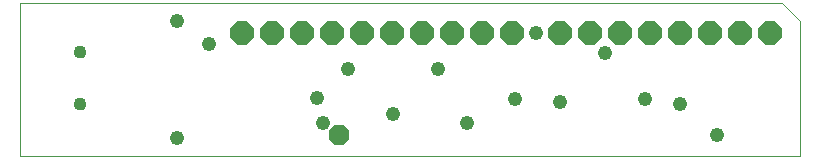
<source format=gbs>
G75*
%MOIN*%
%OFA0B0*%
%FSLAX25Y25*%
%IPPOS*%
%LPD*%
%AMOC8*
5,1,8,0,0,1.08239X$1,22.5*
%
%ADD10C,0.00000*%
%ADD11C,0.04343*%
%ADD12OC8,0.07800*%
%ADD13OC8,0.06800*%
%ADD14C,0.04800*%
D10*
X0004478Y0001500D02*
X0004478Y0052511D01*
X0258478Y0052500D01*
X0258589Y0052411D01*
X0264479Y0046511D01*
X0264479Y0001500D01*
X0004478Y0001500D01*
X0022706Y0018839D02*
X0022708Y0018923D01*
X0022714Y0019006D01*
X0022724Y0019089D01*
X0022738Y0019172D01*
X0022755Y0019254D01*
X0022777Y0019335D01*
X0022802Y0019414D01*
X0022831Y0019493D01*
X0022864Y0019570D01*
X0022900Y0019645D01*
X0022940Y0019719D01*
X0022983Y0019791D01*
X0023030Y0019860D01*
X0023080Y0019927D01*
X0023133Y0019992D01*
X0023189Y0020054D01*
X0023247Y0020114D01*
X0023309Y0020171D01*
X0023373Y0020224D01*
X0023440Y0020275D01*
X0023509Y0020322D01*
X0023580Y0020367D01*
X0023653Y0020407D01*
X0023728Y0020444D01*
X0023805Y0020478D01*
X0023883Y0020508D01*
X0023962Y0020534D01*
X0024043Y0020557D01*
X0024125Y0020575D01*
X0024207Y0020590D01*
X0024290Y0020601D01*
X0024373Y0020608D01*
X0024457Y0020611D01*
X0024541Y0020610D01*
X0024624Y0020605D01*
X0024708Y0020596D01*
X0024790Y0020583D01*
X0024872Y0020567D01*
X0024953Y0020546D01*
X0025034Y0020522D01*
X0025112Y0020494D01*
X0025190Y0020462D01*
X0025266Y0020426D01*
X0025340Y0020387D01*
X0025412Y0020345D01*
X0025482Y0020299D01*
X0025550Y0020250D01*
X0025615Y0020198D01*
X0025678Y0020143D01*
X0025738Y0020085D01*
X0025796Y0020024D01*
X0025850Y0019960D01*
X0025902Y0019894D01*
X0025950Y0019826D01*
X0025995Y0019755D01*
X0026036Y0019682D01*
X0026075Y0019608D01*
X0026109Y0019532D01*
X0026140Y0019454D01*
X0026167Y0019375D01*
X0026191Y0019294D01*
X0026210Y0019213D01*
X0026226Y0019131D01*
X0026238Y0019048D01*
X0026246Y0018964D01*
X0026250Y0018881D01*
X0026250Y0018797D01*
X0026246Y0018714D01*
X0026238Y0018630D01*
X0026226Y0018547D01*
X0026210Y0018465D01*
X0026191Y0018384D01*
X0026167Y0018303D01*
X0026140Y0018224D01*
X0026109Y0018146D01*
X0026075Y0018070D01*
X0026036Y0017996D01*
X0025995Y0017923D01*
X0025950Y0017852D01*
X0025902Y0017784D01*
X0025850Y0017718D01*
X0025796Y0017654D01*
X0025738Y0017593D01*
X0025678Y0017535D01*
X0025615Y0017480D01*
X0025550Y0017428D01*
X0025482Y0017379D01*
X0025412Y0017333D01*
X0025340Y0017291D01*
X0025266Y0017252D01*
X0025190Y0017216D01*
X0025112Y0017184D01*
X0025034Y0017156D01*
X0024953Y0017132D01*
X0024872Y0017111D01*
X0024790Y0017095D01*
X0024708Y0017082D01*
X0024624Y0017073D01*
X0024541Y0017068D01*
X0024457Y0017067D01*
X0024373Y0017070D01*
X0024290Y0017077D01*
X0024207Y0017088D01*
X0024125Y0017103D01*
X0024043Y0017121D01*
X0023962Y0017144D01*
X0023883Y0017170D01*
X0023805Y0017200D01*
X0023728Y0017234D01*
X0023653Y0017271D01*
X0023580Y0017311D01*
X0023509Y0017356D01*
X0023440Y0017403D01*
X0023373Y0017454D01*
X0023309Y0017507D01*
X0023247Y0017564D01*
X0023189Y0017624D01*
X0023133Y0017686D01*
X0023080Y0017751D01*
X0023030Y0017818D01*
X0022983Y0017887D01*
X0022940Y0017959D01*
X0022900Y0018033D01*
X0022864Y0018108D01*
X0022831Y0018185D01*
X0022802Y0018264D01*
X0022777Y0018343D01*
X0022755Y0018424D01*
X0022738Y0018506D01*
X0022724Y0018589D01*
X0022714Y0018672D01*
X0022708Y0018755D01*
X0022706Y0018839D01*
X0022706Y0036161D02*
X0022708Y0036245D01*
X0022714Y0036328D01*
X0022724Y0036411D01*
X0022738Y0036494D01*
X0022755Y0036576D01*
X0022777Y0036657D01*
X0022802Y0036736D01*
X0022831Y0036815D01*
X0022864Y0036892D01*
X0022900Y0036967D01*
X0022940Y0037041D01*
X0022983Y0037113D01*
X0023030Y0037182D01*
X0023080Y0037249D01*
X0023133Y0037314D01*
X0023189Y0037376D01*
X0023247Y0037436D01*
X0023309Y0037493D01*
X0023373Y0037546D01*
X0023440Y0037597D01*
X0023509Y0037644D01*
X0023580Y0037689D01*
X0023653Y0037729D01*
X0023728Y0037766D01*
X0023805Y0037800D01*
X0023883Y0037830D01*
X0023962Y0037856D01*
X0024043Y0037879D01*
X0024125Y0037897D01*
X0024207Y0037912D01*
X0024290Y0037923D01*
X0024373Y0037930D01*
X0024457Y0037933D01*
X0024541Y0037932D01*
X0024624Y0037927D01*
X0024708Y0037918D01*
X0024790Y0037905D01*
X0024872Y0037889D01*
X0024953Y0037868D01*
X0025034Y0037844D01*
X0025112Y0037816D01*
X0025190Y0037784D01*
X0025266Y0037748D01*
X0025340Y0037709D01*
X0025412Y0037667D01*
X0025482Y0037621D01*
X0025550Y0037572D01*
X0025615Y0037520D01*
X0025678Y0037465D01*
X0025738Y0037407D01*
X0025796Y0037346D01*
X0025850Y0037282D01*
X0025902Y0037216D01*
X0025950Y0037148D01*
X0025995Y0037077D01*
X0026036Y0037004D01*
X0026075Y0036930D01*
X0026109Y0036854D01*
X0026140Y0036776D01*
X0026167Y0036697D01*
X0026191Y0036616D01*
X0026210Y0036535D01*
X0026226Y0036453D01*
X0026238Y0036370D01*
X0026246Y0036286D01*
X0026250Y0036203D01*
X0026250Y0036119D01*
X0026246Y0036036D01*
X0026238Y0035952D01*
X0026226Y0035869D01*
X0026210Y0035787D01*
X0026191Y0035706D01*
X0026167Y0035625D01*
X0026140Y0035546D01*
X0026109Y0035468D01*
X0026075Y0035392D01*
X0026036Y0035318D01*
X0025995Y0035245D01*
X0025950Y0035174D01*
X0025902Y0035106D01*
X0025850Y0035040D01*
X0025796Y0034976D01*
X0025738Y0034915D01*
X0025678Y0034857D01*
X0025615Y0034802D01*
X0025550Y0034750D01*
X0025482Y0034701D01*
X0025412Y0034655D01*
X0025340Y0034613D01*
X0025266Y0034574D01*
X0025190Y0034538D01*
X0025112Y0034506D01*
X0025034Y0034478D01*
X0024953Y0034454D01*
X0024872Y0034433D01*
X0024790Y0034417D01*
X0024708Y0034404D01*
X0024624Y0034395D01*
X0024541Y0034390D01*
X0024457Y0034389D01*
X0024373Y0034392D01*
X0024290Y0034399D01*
X0024207Y0034410D01*
X0024125Y0034425D01*
X0024043Y0034443D01*
X0023962Y0034466D01*
X0023883Y0034492D01*
X0023805Y0034522D01*
X0023728Y0034556D01*
X0023653Y0034593D01*
X0023580Y0034633D01*
X0023509Y0034678D01*
X0023440Y0034725D01*
X0023373Y0034776D01*
X0023309Y0034829D01*
X0023247Y0034886D01*
X0023189Y0034946D01*
X0023133Y0035008D01*
X0023080Y0035073D01*
X0023030Y0035140D01*
X0022983Y0035209D01*
X0022940Y0035281D01*
X0022900Y0035355D01*
X0022864Y0035430D01*
X0022831Y0035507D01*
X0022802Y0035586D01*
X0022777Y0035665D01*
X0022755Y0035746D01*
X0022738Y0035828D01*
X0022724Y0035911D01*
X0022714Y0035994D01*
X0022708Y0036077D01*
X0022706Y0036161D01*
D11*
X0024478Y0036161D03*
X0024478Y0018839D03*
D12*
X0078478Y0042500D03*
X0088478Y0042500D03*
X0098478Y0042500D03*
X0108478Y0042500D03*
X0118478Y0042500D03*
X0128478Y0042500D03*
X0138478Y0042500D03*
X0148478Y0042500D03*
X0158478Y0042500D03*
X0168478Y0042500D03*
X0184478Y0042500D03*
X0194478Y0042500D03*
X0204478Y0042500D03*
X0214478Y0042500D03*
X0224478Y0042500D03*
X0234478Y0042500D03*
X0244478Y0042500D03*
X0254478Y0042500D03*
D13*
X0110978Y0008600D03*
D14*
X0105478Y0012500D03*
X0128978Y0015500D03*
X0153478Y0012500D03*
X0184478Y0019500D03*
X0169478Y0020500D03*
X0212978Y0020500D03*
X0224478Y0019000D03*
X0236978Y0008500D03*
X0143978Y0030500D03*
X0113978Y0030500D03*
X0067478Y0039000D03*
X0056978Y0046500D03*
X0176478Y0042500D03*
X0199478Y0036000D03*
X0103478Y0021000D03*
X0056978Y0007500D03*
M02*

</source>
